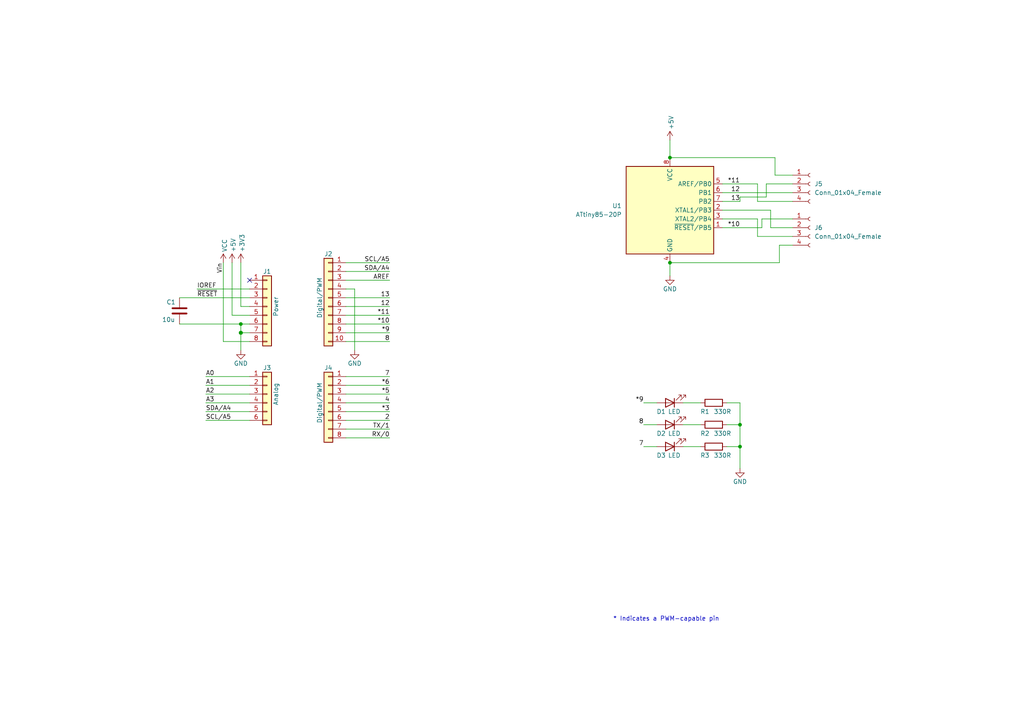
<source format=kicad_sch>
(kicad_sch (version 20211123) (generator eeschema)
  (paper "A4")
  (title_block (date "mar. 31 mars 2015"))
  (lib_symbols
    (symbol "Connector:Conn_01x04_Female" (pin_names (offset 1.016) hide)
      (property "Reference" "J" (at 0 5.08 0))
      (property "Value" "Conn_01x04_Female" (at 0 -7.62 0))
      (symbol "Conn_01x04_Female_1_1"
        (arc (start 0 -4.572) (mid -0.508 -5.08) (end 0 -5.588) (stroke (width 0.1524)))
        (arc (start 0 -2.032) (mid -0.508 -2.54) (end 0 -3.048) (stroke (width 0.1524)))
        (polyline (pts (xy -1.27 -5.08) (xy -0.508 -5.08)) (stroke (width 0.1524)))
        (polyline (pts (xy -1.27 -2.54) (xy -0.508 -2.54)) (stroke (width 0.1524)))
        (polyline (pts (xy -1.27 0) (xy -0.508 0)) (stroke (width 0.1524)))
        (polyline (pts (xy -1.27 2.54) (xy -0.508 2.54)) (stroke (width 0.1524)))
        (arc (start 0 0.508) (mid -0.508 0) (end 0 -0.508) (stroke (width 0.1524)))
        (arc (start 0 3.048) (mid -0.508 2.54) (end 0 2.032) (stroke (width 0.1524)))
        (pin passive line (at -5.08 2.54 0) (length 3.81) (name "Pin_1") (number "1"))
        (pin passive line (at -5.08 0 0) (length 3.81) (name "Pin_2") (number "2"))
        (pin passive line (at -5.08 -2.54 0) (length 3.81) (name "Pin_3") (number "3"))
        (pin passive line (at -5.08 -5.08 0) (length 3.81) (name "Pin_4") (number "4"))
      )
    )
    (symbol "Connector_Generic:Conn_01x06" (pin_names (offset 1.016) hide)
      (property "Reference" "J" (at 0 7.62 0))
      (property "Value" "Conn_01x06" (at 0 -10.16 0))
      (symbol "Conn_01x06_1_1"
        (rectangle (start -1.27 -7.493) (end 0 -7.747) (stroke (width 0.1524)))
        (rectangle (start -1.27 -4.953) (end 0 -5.207) (stroke (width 0.1524)))
        (rectangle (start -1.27 -2.413) (end 0 -2.667) (stroke (width 0.1524)))
        (rectangle (start -1.27 0.127) (end 0 -0.127) (stroke (width 0.1524)))
        (rectangle (start -1.27 2.667) (end 0 2.413) (stroke (width 0.1524)))
        (rectangle (start -1.27 5.207) (end 0 4.953) (stroke (width 0.1524)))
        (rectangle (start -1.27 6.35) (end 1.27 -8.89) (stroke (width 0.254)) (fill (type background)))
        (pin passive line (at -5.08 5.08 0) (length 3.81) (name "Pin_1") (number "1"))
        (pin passive line (at -5.08 2.54 0) (length 3.81) (name "Pin_2") (number "2"))
        (pin passive line (at -5.08 0 0) (length 3.81) (name "Pin_3") (number "3"))
        (pin passive line (at -5.08 -2.54 0) (length 3.81) (name "Pin_4") (number "4"))
        (pin passive line (at -5.08 -5.08 0) (length 3.81) (name "Pin_5") (number "5"))
        (pin passive line (at -5.08 -7.62 0) (length 3.81) (name "Pin_6") (number "6"))
      )
    )
    (symbol "Connector_Generic:Conn_01x08" (pin_names (offset 1.016) hide)
      (property "Reference" "J" (at 0 10.16 0))
      (property "Value" "Conn_01x08" (at 0 -12.7 0))
      (symbol "Conn_01x08_1_1"
        (rectangle (start -1.27 -10.033) (end 0 -10.287) (stroke (width 0.1524)))
        (rectangle (start -1.27 -7.493) (end 0 -7.747) (stroke (width 0.1524)))
        (rectangle (start -1.27 -4.953) (end 0 -5.207) (stroke (width 0.1524)))
        (rectangle (start -1.27 -2.413) (end 0 -2.667) (stroke (width 0.1524)))
        (rectangle (start -1.27 0.127) (end 0 -0.127) (stroke (width 0.1524)))
        (rectangle (start -1.27 2.667) (end 0 2.413) (stroke (width 0.1524)))
        (rectangle (start -1.27 5.207) (end 0 4.953) (stroke (width 0.1524)))
        (rectangle (start -1.27 7.747) (end 0 7.493) (stroke (width 0.1524)))
        (rectangle (start -1.27 8.89) (end 1.27 -11.43) (stroke (width 0.254)) (fill (type background)))
        (pin passive line (at -5.08 7.62 0) (length 3.81) (name "Pin_1") (number "1"))
        (pin passive line (at -5.08 5.08 0) (length 3.81) (name "Pin_2") (number "2"))
        (pin passive line (at -5.08 2.54 0) (length 3.81) (name "Pin_3") (number "3"))
        (pin passive line (at -5.08 0 0) (length 3.81) (name "Pin_4") (number "4"))
        (pin passive line (at -5.08 -2.54 0) (length 3.81) (name "Pin_5") (number "5"))
        (pin passive line (at -5.08 -5.08 0) (length 3.81) (name "Pin_6") (number "6"))
        (pin passive line (at -5.08 -7.62 0) (length 3.81) (name "Pin_7") (number "7"))
        (pin passive line (at -5.08 -10.16 0) (length 3.81) (name "Pin_8") (number "8"))
      )
    )
    (symbol "Connector_Generic:Conn_01x10" (pin_names (offset 1.016) hide)
      (property "Reference" "J" (at 0 12.7 0))
      (property "Value" "Conn_01x10" (at 0 -15.24 0))
      (symbol "Conn_01x10_1_1"
        (rectangle (start -1.27 -12.573) (end 0 -12.827) (stroke (width 0.1524)))
        (rectangle (start -1.27 -10.033) (end 0 -10.287) (stroke (width 0.1524)))
        (rectangle (start -1.27 -7.493) (end 0 -7.747) (stroke (width 0.1524)))
        (rectangle (start -1.27 -4.953) (end 0 -5.207) (stroke (width 0.1524)))
        (rectangle (start -1.27 -2.413) (end 0 -2.667) (stroke (width 0.1524)))
        (rectangle (start -1.27 0.127) (end 0 -0.127) (stroke (width 0.1524)))
        (rectangle (start -1.27 2.667) (end 0 2.413) (stroke (width 0.1524)))
        (rectangle (start -1.27 5.207) (end 0 4.953) (stroke (width 0.1524)))
        (rectangle (start -1.27 7.747) (end 0 7.493) (stroke (width 0.1524)))
        (rectangle (start -1.27 10.287) (end 0 10.033) (stroke (width 0.1524)))
        (rectangle (start -1.27 11.43) (end 1.27 -13.97) (stroke (width 0.254)) (fill (type background)))
        (pin passive line (at -5.08 10.16 0) (length 3.81) (name "Pin_1") (number "1"))
        (pin passive line (at -5.08 -12.7 0) (length 3.81) (name "Pin_10") (number "10"))
        (pin passive line (at -5.08 7.62 0) (length 3.81) (name "Pin_2") (number "2"))
        (pin passive line (at -5.08 5.08 0) (length 3.81) (name "Pin_3") (number "3"))
        (pin passive line (at -5.08 2.54 0) (length 3.81) (name "Pin_4") (number "4"))
        (pin passive line (at -5.08 0 0) (length 3.81) (name "Pin_5") (number "5"))
        (pin passive line (at -5.08 -2.54 0) (length 3.81) (name "Pin_6") (number "6"))
        (pin passive line (at -5.08 -5.08 0) (length 3.81) (name "Pin_7") (number "7"))
        (pin passive line (at -5.08 -7.62 0) (length 3.81) (name "Pin_8") (number "8"))
        (pin passive line (at -5.08 -10.16 0) (length 3.81) (name "Pin_9") (number "9"))
      )
    )
    (symbol "Device:C" (pin_numbers hide) (pin_names (offset 0.254))
      (property "Reference" "C" (at 0.635 2.54 0))
      (property "Value" "C" (at 0.635 -2.54 0))
      (symbol "C_0_1"
        (polyline (pts (xy -2.032 -0.762) (xy 2.032 -0.762)) (stroke (width 0.508)))
        (polyline (pts (xy -2.032 0.762) (xy 2.032 0.762)) (stroke (width 0.508)))
      )
      (symbol "C_1_1"
        (pin passive line (at 0 3.81 270) (length 2.794) (name "~") (number "1"))
        (pin passive line (at 0 -3.81 90) (length 2.794) (name "~") (number "2"))
      )
    )
    (symbol "Device:LED" (pin_numbers hide) (pin_names (offset 1.016) hide)
      (property "Reference" "D" (at 0 2.54 0))
      (property "Value" "LED" (at 0 -2.54 0))
      (symbol "LED_0_1"
        (polyline (pts (xy -1.27 -1.27) (xy -1.27 1.27)) (stroke (width 0.254)))
        (polyline (pts (xy -1.27 0) (xy 1.27 0)))
        (polyline (pts (xy 1.27 -1.27) (xy 1.27 1.27) (xy -1.27 0) (xy 1.27 -1.27)) (stroke (width 0.254)))
        (polyline (pts (xy -3.048 -0.762) (xy -4.572 -2.286) (xy -3.81 -2.286) (xy -4.572 -2.286) (xy -4.572 -1.524)))
        (polyline (pts (xy -1.778 -0.762) (xy -3.302 -2.286) (xy -2.54 -2.286) (xy -3.302 -2.286) (xy -3.302 -1.524)))
      )
      (symbol "LED_1_1"
        (pin passive line (at -3.81 0 0) (length 2.54) (name "K") (number "1"))
        (pin passive line (at 3.81 0 180) (length 2.54) (name "A") (number "2"))
      )
    )
    (symbol "Device:R" (pin_numbers hide) (pin_names (offset 0))
      (property "Reference" "R" (at 2.032 0 90))
      (property "Value" "R" (at 0 0 90))
      (symbol "R_0_1"
        (rectangle (start -1.016 -2.54) (end 1.016 2.54) (stroke (width 0.254)))
      )
      (symbol "R_1_1"
        (pin passive line (at 0 3.81 270) (length 1.27) (name "~") (number "1"))
        (pin passive line (at 0 -3.81 90) (length 1.27) (name "~") (number "2"))
      )
    )
    (symbol "MCU_Microchip_ATtiny:ATtiny85-20P"
      (property "Reference" "U" (at -12.7 13.97 0))
      (property "Value" "ATtiny85-20P" (at 2.54 -13.97 0))
      (symbol "ATtiny85-20P_0_1"
        (rectangle (start -12.7 -12.7) (end 12.7 12.7) (stroke (width 0.254)) (fill (type background)))
      )
      (symbol "ATtiny85-20P_1_1"
        (pin bidirectional line (at 15.24 -5.08 180) (length 2.54) (name "~{RESET}/PB5") (number "1"))
        (pin bidirectional line (at 15.24 0 180) (length 2.54) (name "XTAL1/PB3") (number "2"))
        (pin bidirectional line (at 15.24 -2.54 180) (length 2.54) (name "XTAL2/PB4") (number "3"))
        (pin power_in line (at 0 -15.24 90) (length 2.54) (name "GND") (number "4"))
        (pin bidirectional line (at 15.24 7.62 180) (length 2.54) (name "AREF/PB0") (number "5"))
        (pin bidirectional line (at 15.24 5.08 180) (length 2.54) (name "PB1") (number "6"))
        (pin bidirectional line (at 15.24 2.54 180) (length 2.54) (name "PB2") (number "7"))
        (pin power_in line (at 0 15.24 270) (length 2.54) (name "VCC") (number "8"))
      )
    )
    (symbol "power:+3V3" (power) (pin_names (offset 0))
      (property "Value" "+3V3" (at 0 3.556 0))
      (symbol "+3V3_0_1"
        (polyline (pts (xy -0.762 1.27) (xy 0 2.54)))
        (polyline (pts (xy 0 0) (xy 0 2.54)))
        (polyline (pts (xy 0 2.54) (xy 0.762 1.27)))
      )
      (symbol "+3V3_1_1"
        (pin power_in line (at 0 0 90) (length 0) hide (name "+3V3") (number "1"))
      )
    )
    (symbol "power:+5V" (power) (pin_names (offset 0))
      (property "Value" "+5V" (at 0 3.556 0))
      (symbol "+5V_0_1"
        (polyline (pts (xy -0.762 1.27) (xy 0 2.54)))
        (polyline (pts (xy 0 0) (xy 0 2.54)))
        (polyline (pts (xy 0 2.54) (xy 0.762 1.27)))
      )
      (symbol "+5V_1_1"
        (pin power_in line (at 0 0 90) (length 0) hide (name "+5V") (number "1"))
      )
    )
    (symbol "power:GND" (power) (pin_names (offset 0))
      (property "Value" "GND" (at 0 -3.81 0))
      (symbol "GND_0_1"
        (polyline (pts (xy 0 0) (xy 0 -1.27) (xy 1.27 -1.27) (xy 0 -2.54) (xy -1.27 -1.27) (xy 0 -1.27)))
      )
      (symbol "GND_1_1"
        (pin power_in line (at 0 0 270) (length 0) hide (name "GND") (number "1"))
      )
    )
    (symbol "power:VCC" (power) (pin_names (offset 0))
      (property "Value" "VCC" (at 0 3.81 0))
      (symbol "VCC_0_1"
        (polyline (pts (xy -0.762 1.27) (xy 0 2.54)))
        (polyline (pts (xy 0 0) (xy 0 2.54)))
        (polyline (pts (xy 0 2.54) (xy 0.762 1.27)))
      )
      (symbol "VCC_1_1"
        (pin power_in line (at 0 0 90) (length 0) hide (name "VCC") (number "1"))
      )
    )
  )
  (junction (at 69.85 96.52) (diameter 1.016))
  (junction (at 69.85 93.98))
  (junction (at 194.31 76.2))
  (junction (at 214.63 123.19))
  (junction (at 214.63 129.54))
  (junction (at 194.31 45.72))
  (no_connect (at 72.39 81.28))
  (wire (pts (xy 100.33 127) (xy 113.03 127)))
  (wire (pts (xy 100.33 93.98) (xy 113.03 93.98)))
  (wire (pts (xy 100.33 76.2) (xy 113.03 76.2)))
  (wire (pts (xy 198.12 129.54) (xy 203.2 129.54)))
  (wire (pts (xy 186.69 116.84) (xy 190.5 116.84)))
  (wire (pts (xy 69.85 93.98) (xy 69.85 96.52)))
  (wire (pts (xy 59.69 121.92) (xy 72.39 121.92)))
  (wire (pts (xy 209.55 63.5) (xy 219.71 63.5)))
  (wire (pts (xy 229.87 53.34) (xy 222.25 53.34)))
  (wire (pts (xy 69.85 96.52) (xy 69.85 101.6)))
  (wire (pts (xy 198.12 123.19) (xy 203.2 123.19)))
  (wire (pts (xy 194.31 76.2) (xy 194.31 80.01)))
  (wire (pts (xy 69.85 88.9) (xy 72.39 88.9)))
  (wire (pts (xy 67.31 91.44) (xy 72.39 91.44)))
  (wire (pts (xy 67.31 76.2) (xy 67.31 91.44)))
  (wire (pts (xy 226.06 71.12) (xy 229.87 71.12)))
  (wire (pts (xy 194.31 40.64) (xy 194.31 45.72)))
  (wire (pts (xy 223.52 60.96) (xy 223.52 66.04)))
  (wire (pts (xy 100.33 86.36) (xy 113.03 86.36)))
  (wire (pts (xy 69.85 76.2) (xy 69.85 88.9)))
  (wire (pts (xy 100.33 109.22) (xy 113.03 109.22)))
  (wire (pts (xy 72.39 109.22) (xy 59.69 109.22)))
  (wire (pts (xy 100.33 88.9) (xy 113.03 88.9)))
  (wire (pts (xy 100.33 111.76) (xy 113.03 111.76)))
  (wire (pts (xy 194.31 76.2) (xy 226.06 76.2)))
  (wire (pts (xy 214.63 123.19) (xy 214.63 129.54)))
  (wire (pts (xy 198.12 116.84) (xy 203.2 116.84)))
  (wire (pts (xy 214.63 129.54) (xy 214.63 135.89)))
  (wire (pts (xy 209.55 53.34) (xy 219.71 53.34)))
  (wire (pts (xy 100.33 96.52) (xy 113.03 96.52)))
  (wire (pts (xy 210.82 129.54) (xy 214.63 129.54)))
  (wire (pts (xy 226.06 76.2) (xy 226.06 71.12)))
  (wire (pts (xy 100.33 116.84) (xy 113.03 116.84)))
  (wire (pts (xy 57.15 83.82) (xy 72.39 83.82)))
  (wire (pts (xy 222.25 57.15) (xy 214.63 57.15)))
  (wire (pts (xy 222.25 53.34) (xy 222.25 57.15)))
  (wire (pts (xy 52.07 86.36) (xy 72.39 86.36)))
  (wire (pts (xy 102.87 83.82) (xy 102.87 101.6)))
  (wire (pts (xy 100.33 81.28) (xy 113.03 81.28)))
  (wire (pts (xy 219.71 63.5) (xy 219.71 68.58)))
  (wire (pts (xy 72.39 114.3) (xy 59.69 114.3)))
  (wire (pts (xy 72.39 96.52) (xy 69.85 96.52)))
  (wire (pts (xy 220.98 63.5) (xy 229.87 63.5)))
  (wire (pts (xy 229.87 58.42) (xy 219.71 58.42)))
  (wire (pts (xy 224.79 50.8) (xy 224.79 45.72)))
  (wire (pts (xy 72.39 99.06) (xy 64.77 99.06)))
  (wire (pts (xy 59.69 111.76) (xy 72.39 111.76)))
  (wire (pts (xy 219.71 58.42) (xy 219.71 53.34)))
  (wire (pts (xy 210.82 116.84) (xy 214.63 116.84)))
  (wire (pts (xy 214.63 116.84) (xy 214.63 123.19)))
  (wire (pts (xy 100.33 83.82) (xy 102.87 83.82)))
  (wire (pts (xy 209.55 55.88) (xy 229.87 55.88)))
  (wire (pts (xy 209.55 66.04) (xy 220.98 66.04)))
  (wire (pts (xy 72.39 93.98) (xy 69.85 93.98)))
  (wire (pts (xy 229.87 50.8) (xy 224.79 50.8)))
  (wire (pts (xy 186.69 123.19) (xy 190.5 123.19)))
  (wire (pts (xy 100.33 91.44) (xy 113.03 91.44)))
  (wire (pts (xy 219.71 68.58) (xy 229.87 68.58)))
  (wire (pts (xy 224.79 45.72) (xy 194.31 45.72)))
  (wire (pts (xy 100.33 114.3) (xy 113.03 114.3)))
  (wire (pts (xy 59.69 116.84) (xy 72.39 116.84)))
  (wire (pts (xy 52.07 93.98) (xy 69.85 93.98)))
  (wire (pts (xy 100.33 78.74) (xy 113.03 78.74)))
  (wire (pts (xy 100.33 121.92) (xy 113.03 121.92)))
  (wire (pts (xy 100.33 119.38) (xy 113.03 119.38)))
  (wire (pts (xy 210.82 123.19) (xy 214.63 123.19)))
  (wire (pts (xy 100.33 124.46) (xy 113.03 124.46)))
  (wire (pts (xy 64.77 99.06) (xy 64.77 76.2)))
  (wire (pts (xy 186.69 129.54) (xy 190.5 129.54)))
  (wire (pts (xy 209.55 58.42) (xy 214.63 58.42)))
  (wire (pts (xy 220.98 66.04) (xy 220.98 63.5)))
  (wire (pts (xy 72.39 119.38) (xy 59.69 119.38)))
  (wire (pts (xy 214.63 57.15) (xy 214.63 58.42)))
  (wire (pts (xy 223.52 66.04) (xy 229.87 66.04)))
  (wire (pts (xy 100.33 99.06) (xy 113.03 99.06)))
  (wire (pts (xy 209.55 60.96) (xy 223.52 60.96)))
  (text "* Indicates a PWM-capable pin" (at 177.8 180.34 0) (effects (font (size 1.27 1.27)) (justify left bottom)))
  (label "RX{slash}0" (at 113.03 127 180))
  (label "A2" (at 59.69 114.3 0))
  (label "4" (at 113.03 116.84 180))
  (label "8" (at 186.69 123.19 180))
  (label "2" (at 113.03 121.92 180))
  (label "A3" (at 59.69 116.84 0))
  (label "13" (at 113.03 86.36 180))
  (label "12" (at 113.03 88.9 180))
  (label "12" (at 214.63 55.88 180))
  (label "~{RESET}" (at 57.15 86.36 0))
  (label "*10" (at 113.03 93.98 180))
  (label "*11" (at 214.63 53.34 180))
  (label "7" (at 113.03 109.22 180))
  (label "SDA{slash}A4" (at 113.03 78.74 180))
  (label "8" (at 113.03 99.06 180))
  (label "13" (at 214.63 58.42 180))
  (label "*11" (at 113.03 91.44 180))
  (label "*3" (at 113.03 119.38 180))
  (label "*9" (at 186.69 116.84 180))
  (label "7" (at 186.69 129.54 180))
  (label "A1" (at 59.69 111.76 0))
  (label "TX{slash}1" (at 113.03 124.46 180))
  (label "A0" (at 59.69 109.22 0))
  (label "AREF" (at 113.03 81.28 180))
  (label "Vin" (at 64.77 76.2 270))
  (label "*6" (at 113.03 111.76 180))
  (label "SCL{slash}A5" (at 113.03 76.2 180))
  (label "*9" (at 113.03 96.52 180))
  (label "*10" (at 214.63 66.04 180))
  (label "*5" (at 113.03 114.3 180))
  (label "IOREF" (at 57.15 83.82 0))
  (label "SDA{slash}A4" (at 59.69 119.38 0))
  (label "SCL{slash}A5" (at 59.69 121.92 0))
  (symbol (lib_id "Connector_Generic:Conn_01x08") (at 77.47 88.9 0) (unit 1)
    (property "Reference" "J1" (at 77.47 78.74 0))
    (property "Value" "Power" (at 80.01 88.9 90))
    (property "Footprint" "Connector_PinSocket_2.54mm:PinSocket_1x08_P2.54mm_Vertical" (effects hide))
  )
  (symbol (lib_id "power:+3V3") (at 69.85 76.2 0) (unit 1)
    (property "Reference" "#PWR03" (effects hide))
    (property "Value" "+3.3V" (at 70.231 73.152 90) (effects (justify left)))
  )
  (symbol (lib_id "power:+5V") (at 67.31 76.2 0) (unit 1)
    (property "Reference" "#PWR02" (effects hide))
    (property "Value" "+5V" (at 67.6656 73.152 90) (effects (justify left)))
  )
  (symbol (lib_id "power:GND") (at 69.85 101.6 0) (unit 1)
    (property "Reference" "#PWR04" (effects hide))
    (property "Value" "GND" (at 69.85 105.41 0))
  )
  (symbol (lib_id "Connector_Generic:Conn_01x10") (at 95.25 86.36 0) (mirror y) (unit 1)
    (property "Reference" "J2" (at 95.25 73.66 0))
    (property "Value" "Digital/PWM" (at 92.71 86.36 90))
    (property "Footprint" "Connector_PinSocket_2.54mm:PinSocket_1x10_P2.54mm_Vertical" (effects hide))
  )
  (symbol (lib_id "power:GND") (at 102.87 101.6 0) (unit 1)
    (property "Reference" "#PWR05" (effects hide))
    (property "Value" "GND" (at 102.87 105.41 0))
  )
  (symbol (lib_id "Connector_Generic:Conn_01x06") (at 77.47 114.3 0) (unit 1)
    (property "Reference" "J3" (at 77.47 106.68 0))
    (property "Value" "Analog" (at 80.01 114.3 90))
    (property "Footprint" "Connector_PinSocket_2.54mm:PinSocket_1x06_P2.54mm_Vertical" (effects hide))
  )
  (symbol (lib_id "Connector_Generic:Conn_01x08") (at 95.25 116.84 0) (mirror y) (unit 1)
    (property "Reference" "J4" (at 95.25 106.68 0))
    (property "Value" "Digital/PWM" (at 92.71 116.84 90))
    (property "Footprint" "Connector_PinSocket_2.54mm:PinSocket_1x08_P2.54mm_Vertical" (effects hide))
  )
  (symbol (lib_id "Device:R") (at 207.01 116.84 90) (unit 1)
    (property "Reference" "R1" (at 204.47 119.38 90))
    (property "Value" "330R" (at 209.55 119.38 90))
    (property "Footprint" "Resistor_SMD:R_0603_1608Metric" (effects hide))
  )
  (symbol (lib_id "power:GND") (at 194.31 80.01 0) (unit 1)
    (property "Reference" "#PWR07" (effects hide))
    (property "Value" "GND" (at 194.31 83.82 0))
  )
  (symbol (lib_id "Device:LED") (at 194.31 123.19 180) (unit 1)
    (property "Reference" "D2" (at 191.77 125.73 0))
    (property "Value" "LED" (at 195.58 125.73 0))
    (property "Footprint" "LED_SMD:LED_0603_1608Metric" (effects hide))
  )
  (symbol (lib_id "Device:R") (at 207.01 123.19 90) (unit 1)
    (property "Reference" "R2" (at 204.47 125.73 90))
    (property "Value" "330R" (at 209.55 125.73 90))
    (property "Footprint" "Resistor_SMD:R_0603_1608Metric" (effects hide))
  )
  (symbol (lib_id "MCU_Microchip_ATtiny:ATtiny85-20P") (at 194.31 60.96 0) (unit 1)
    (property "Reference" "U1" (at 180.34 59.6899 0) (effects (justify right)))
    (property "Value" "ATtiny85-20P" (at 180.34 62.2299 0) (effects (justify right)))
    (property "Footprint" "Package_DIP:DIP-8_W7.62mm_Socket" (effects hide))
    (property "Datasheet" "http://ww1.microchip.com/downloads/en/DeviceDoc/atmel-2586-avr-8-bit-microcontroller-attiny25-attiny45-attiny85_datasheet.pdf" (effects hide))
  )
  (symbol (lib_id "power:VCC") (at 64.77 76.2 0) (unit 1)
    (property "Reference" "#PWR01" (effects hide))
    (property "Value" "VCC" (at 65.151 73.152 90) (effects (justify left)))
  )
  (symbol (lib_id "Device:C") (at 52.07 90.17 0) (unit 1)
    (property "Reference" "C1" (at 48.26 87.63 0) (effects (justify left)))
    (property "Value" "10u" (at 46.99 92.71 0) (effects (justify left)))
    (property "Footprint" "Capacitor_SMD:C_0603_1608Metric" (effects hide))
  )
  (symbol (lib_id "Connector:Conn_01x04_Female") (at 234.95 66.04 0) (unit 1)
    (property "Reference" "J6" (at 236.22 66.0399 0) (effects (justify left)))
    (property "Value" "Conn_01x04_Female" (at 236.22 68.5799 0) (effects (justify left)))
    (property "Footprint" "Connector_PinSocket_2.54mm:PinSocket_1x04_P2.54mm_Vertical" (effects hide))
  )
  (symbol (lib_id "Connector:Conn_01x04_Female") (at 234.95 53.34 0) (unit 1)
    (property "Reference" "J5" (at 236.22 53.3399 0) (effects (justify left)))
    (property "Value" "Conn_01x04_Female" (at 236.22 55.8799 0) (effects (justify left)))
    (property "Footprint" "Connector_PinSocket_2.54mm:PinSocket_1x04_P2.54mm_Vertical" (effects hide))
  )
  (symbol (lib_id "Device:LED") (at 194.31 129.54 180) (unit 1)
    (property "Reference" "D3" (at 191.77 132.08 0))
    (property "Value" "LED" (at 195.58 132.08 0))
    (property "Footprint" "LED_SMD:LED_0603_1608Metric" (effects hide))
  )
  (symbol (lib_id "power:+5V") (at 194.31 40.64 0) (unit 1)
    (property "Reference" "#PWR06" (effects hide))
    (property "Value" "+5V" (at 194.6656 37.592 90) (effects (justify left)))
  )
  (symbol (lib_id "Device:LED") (at 194.31 116.84 180) (unit 1)
    (property "Reference" "D1" (at 191.77 119.38 0))
    (property "Value" "LED" (at 195.58 119.38 0))
    (property "Footprint" "LED_SMD:LED_0603_1608Metric" (effects hide))
  )
  (symbol (lib_id "power:GND") (at 214.63 135.89 0) (unit 1)
    (property "Reference" "#PWR08" (effects hide))
    (property "Value" "GND" (at 214.63 139.7 0))
  )
  (symbol (lib_id "Device:R") (at 207.01 129.54 90) (unit 1)
    (property "Reference" "R3" (at 204.47 132.08 90))
    (property "Value" "330R" (at 209.55 132.08 90))
    (property "Footprint" "Resistor_SMD:R_0603_1608Metric" (effects hide))
  )
)
</source>
